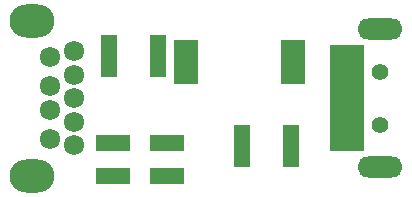
<source format=gbr>
G04 #@! TF.GenerationSoftware,KiCad,Pcbnew,(5.0.0-rc2-110-g9edfd25)*
G04 #@! TF.CreationDate,2018-06-11T15:32:49-07:00*
G04 #@! TF.ProjectId,USB-Power-Cleaner,5553422D506F7765722D436C65616E65,rev?*
G04 #@! TF.SameCoordinates,Original*
G04 #@! TF.FileFunction,Soldermask,Top*
G04 #@! TF.FilePolarity,Negative*
%FSLAX46Y46*%
G04 Gerber Fmt 4.6, Leading zero omitted, Abs format (unit mm)*
G04 Created by KiCad (PCBNEW (5.0.0-rc2-110-g9edfd25)) date Monday, June 11, 2018 at 03:32:49 PM*
%MOMM*%
%LPD*%
G01*
G04 APERTURE LIST*
%ADD10R,1.450000X3.600000*%
%ADD11R,2.850000X1.450000*%
%ADD12C,1.724000*%
%ADD13O,3.800000X2.800000*%
%ADD14R,2.980000X1.000000*%
%ADD15O,3.800000X1.800000*%
%ADD16C,1.400000*%
%ADD17R,2.000000X3.800000*%
G04 APERTURE END LIST*
D10*
G04 #@! TO.C,C1*
X186690000Y-91694000D03*
X190840000Y-91694000D03*
G04 #@! TD*
D11*
G04 #@! TO.C,C2*
X180340000Y-91440000D03*
X180340000Y-94240000D03*
G04 #@! TD*
G04 #@! TO.C,C3*
X175768000Y-94240000D03*
X175768000Y-91440000D03*
G04 #@! TD*
D12*
G04 #@! TO.C,J1*
X172458000Y-87630000D03*
X172458000Y-85630000D03*
X172458000Y-83630000D03*
X172458000Y-89630000D03*
X172458000Y-91630000D03*
X170458000Y-84130000D03*
X170458000Y-86630000D03*
X170458000Y-88630000D03*
X170458000Y-91130000D03*
D13*
X168958000Y-94200000D03*
X168958000Y-81060000D03*
G04 #@! TD*
D14*
G04 #@! TO.C,J2*
X195580000Y-87630000D03*
X195580000Y-86630000D03*
X195580000Y-85630000D03*
X195580000Y-84630000D03*
X195580000Y-88630000D03*
X195580000Y-89630000D03*
X195580000Y-90630000D03*
X195580000Y-83630000D03*
X195580000Y-91630000D03*
D15*
X198420000Y-81780000D03*
X198420000Y-93480000D03*
D16*
X198420000Y-85380000D03*
X198420000Y-89880000D03*
G04 #@! TD*
D17*
G04 #@! TO.C,L1*
X191000000Y-84582000D03*
X182000000Y-84582000D03*
G04 #@! TD*
D10*
G04 #@! TO.C,L2*
X175428000Y-84074000D03*
X179578000Y-84074000D03*
G04 #@! TD*
M02*

</source>
